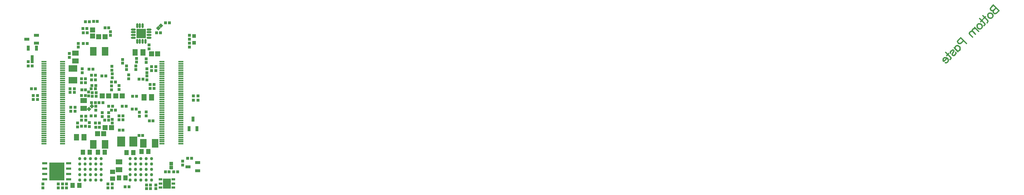
<source format=gbp>
G04 Layer_Color=128*
%FSAX44Y44*%
%MOMM*%
G71*
G01*
G75*
%ADD67C,0.3048*%
%ADD137R,0.7500X1.1500*%
%ADD146R,1.0500X1.1500*%
%ADD147R,0.7700X0.7300*%
%ADD157R,0.9500X0.9500*%
%ADD158R,1.1500X1.1500*%
%ADD161R,2.0500X1.6000*%
%ADD163R,1.3000X1.6000*%
%ADD166R,0.7700X0.7700*%
%ADD169R,1.1500X1.0500*%
%ADD170R,0.7700X0.7700*%
%ADD171R,1.1500X1.1500*%
%ADD172R,0.7300X0.7700*%
%ADD173R,1.1500X0.7500*%
%ADD175R,1.6000X1.2500*%
%ADD176R,1.6000X1.3000*%
%ADD183R,0.7500X1.2000*%
%ADD184R,1.8500X2.3500*%
%ADD185R,0.9500X0.5500*%
%ADD186R,1.2000X0.6000*%
%ADD187R,3.6500X4.2500*%
%ADD188R,1.1500X0.4500*%
%ADD189O,1.1500X0.5000*%
%ADD190R,2.3000X2.3000*%
%ADD191O,0.5000X1.1500*%
%ADD192R,1.9500X2.4000*%
%ADD193R,1.1000X1.2000*%
%ADD194R,0.8700X0.8600*%
%ADD195C,0.7500*%
G04:AMPARAMS|DCode=196|XSize=0.77mm|YSize=0.73mm|CornerRadius=0mm|HoleSize=0mm|Usage=FLASHONLY|Rotation=135.000|XOffset=0mm|YOffset=0mm|HoleType=Round|Shape=Rectangle|*
%AMROTATEDRECTD196*
4,1,4,0.5303,-0.0141,0.0141,-0.5303,-0.5303,0.0141,-0.0141,0.5303,0.5303,-0.0141,0.0*
%
%ADD196ROTATEDRECTD196*%

%ADD197P,1.0890X4X270.0*%
%ADD198R,1.6000X2.0500*%
%ADD199R,1.2000X0.7500*%
D67*
X02551208Y00695980D02*
X02564675Y00682513D01*
X02551208Y00695980D02*
X02545436Y00690208D01*
X02544153Y00687643D01*
Y00686360D01*
X02544794Y00684436D01*
X02546077Y00683154D01*
X02548001Y00682513D01*
X02549284D01*
X02551849Y00683795D01*
X02557621Y00689567D02*
X02551849Y00683795D01*
X02550566Y00681230D01*
Y00679947D01*
X02551208Y00678023D01*
X02553132Y00676099D01*
X02555055Y00675458D01*
X02556338D01*
X02558903Y00676741D01*
X02564675Y00682513D01*
X02540498Y00676292D02*
X02542422Y00676933D01*
X02544987D01*
X02547552Y00675650D01*
X02548835Y00674368D01*
X02550117Y00671803D01*
Y00669237D01*
X02549476Y00667314D01*
X02547552Y00665390D01*
X02545628Y00664748D01*
X02543063Y00664748D01*
X02540498Y00666031D01*
X02539215Y00667314D01*
X02537932Y00669879D01*
X02537932Y00672444D01*
X02538574Y00674368D01*
X02540498Y00676292D01*
X02526004Y00670777D02*
X02536906Y00659874D01*
X02538189Y00657309D01*
X02537548Y00655385D01*
X02536265Y00654102D01*
X02532417Y00668211D02*
X02527928Y00663722D01*
X02518950Y00663722D02*
X02529852Y00652820D01*
X02531135Y00650255D01*
X02530493Y00648331D01*
X02529211Y00647048D01*
X02525363Y00661157D02*
X02520874Y00656668D01*
X02515102Y00650896D02*
X02517026Y00651537D01*
X02519591D01*
X02522156Y00650255D01*
X02523439Y00648972D01*
X02524722Y00646407D01*
Y00643842D01*
X02524080Y00641918D01*
X02522156Y00639994D01*
X02520232Y00639352D01*
X02517667Y00639352D01*
X02515102Y00640635D01*
X02513819Y00641918D01*
X02512537Y00644483D01*
X02512537Y00647048D01*
X02513178Y00648972D01*
X02515102Y00650896D01*
X02507021Y00642815D02*
X02516000Y00633837D01*
X02509587Y00640250D02*
X02505739D01*
X02503815Y00639609D01*
X02501891Y00637685D01*
X02501250Y00635761D01*
X02502532Y00633196D01*
X02508945Y00626783D01*
X02502532Y00633196D02*
X02498684D01*
X02496760Y00632555D01*
X02494836Y00630631D01*
X02494195Y00628707D01*
X02495478Y00626141D01*
X02501891Y00619728D01*
X02480663Y00611327D02*
X02474892Y00605555D01*
X02472327Y00604273D01*
X02471044Y00604273D01*
X02469120Y00604914D01*
X02467196Y00606838D01*
X02466555Y00608762D01*
Y00610045D01*
X02467837Y00612610D01*
X02473609Y00618382D01*
X02487077Y00604914D01*
X02458410Y00594204D02*
X02467388Y00585226D01*
X02460334Y00592280D02*
X02460334Y00594846D01*
X02460975Y00596769D01*
X02462899Y00598693D01*
X02464823Y00599335D01*
X02467388D01*
X02469954Y00598052D01*
X02471236Y00596769D01*
X02472519Y00594204D01*
Y00591639D01*
X02471878Y00589715D01*
X02469954Y00587791D01*
X02468030Y00587150D01*
X02465464Y00587150D01*
X02449688Y00581634D02*
X02449047Y00583559D01*
X02450330Y00586124D01*
X02452254Y00588048D01*
X02454819Y00589330D01*
X02456743Y00588689D01*
X02457384Y00586765D01*
X02456743Y00584841D01*
X02454177Y00580993D01*
X02453536Y00579069D01*
X02454177Y00577145D01*
X02454819Y00576504D01*
X02456743Y00575863D01*
X02459308Y00577145D01*
X02461232Y00579069D01*
X02462514Y00581634D01*
X02461873Y00583559D01*
X02438530Y00583302D02*
X02449432Y00572400D01*
X02450714Y00569834D01*
X02450073Y00567910D01*
X02448790Y00566628D01*
X02444943Y00580737D02*
X02440453Y00576248D01*
X02441736Y00569834D02*
X02434040Y00562139D01*
X02432758Y00563421D01*
X02432116Y00565345D01*
Y00566628D01*
X02432758Y00568552D01*
X02434682Y00570476D01*
X02436606Y00571117D01*
X02439171D01*
X02441736Y00569834D01*
X02443019Y00568552D01*
X02444301Y00565987D01*
Y00563421D01*
X02443660Y00561497D01*
X02441736Y00559574D01*
X02439812Y00558932D01*
X02437247Y00558932D01*
D137*
X00265000Y00594000D02*
D03*
X00284000D02*
D03*
X00274500Y00571000D02*
D03*
D146*
X00385750Y00268000D02*
D03*
X00369750D02*
D03*
X00479500Y00285400D02*
D03*
X00495500D02*
D03*
D147*
X00362500Y00571550D02*
D03*
Y00580950D02*
D03*
X00666705Y00470406D02*
D03*
Y00479806D02*
D03*
X00656309Y00479806D02*
D03*
Y00470406D02*
D03*
X00346000Y00261800D02*
D03*
X00346000Y00271200D02*
D03*
X00410000Y00407300D02*
D03*
Y00416700D02*
D03*
X00336150Y00271200D02*
D03*
Y00261800D02*
D03*
X00300000Y00270950D02*
D03*
Y00261550D02*
D03*
X00503000Y00529950D02*
D03*
Y00520550D02*
D03*
X00646422Y00615173D02*
D03*
Y00624573D02*
D03*
X00453950Y00261650D02*
D03*
Y00271050D02*
D03*
X00646422Y00605573D02*
D03*
X00646422Y00596173D02*
D03*
X00391004Y00511228D02*
D03*
X00391004Y00520628D02*
D03*
X00480250Y00423800D02*
D03*
Y00433200D02*
D03*
D157*
X00658034Y00606223D02*
D03*
Y00622723D02*
D03*
D158*
X00417000Y00622250D02*
D03*
Y00637250D02*
D03*
D161*
X00370964Y00545369D02*
D03*
Y00517369D02*
D03*
D163*
X00539000Y00476500D02*
D03*
X00557000D02*
D03*
X00518250Y00583750D02*
D03*
X00536250D02*
D03*
X00397000Y00382000D02*
D03*
X00379000D02*
D03*
D166*
X00598750Y00300250D02*
D03*
X00589750D02*
D03*
X00545150Y00260161D02*
D03*
X00554150D02*
D03*
X00395339Y00630103D02*
D03*
X00404339D02*
D03*
X00394500Y00640500D02*
D03*
X00403500D02*
D03*
X00400500Y00656750D02*
D03*
X00409500D02*
D03*
X00404500Y00605000D02*
D03*
X00395500D02*
D03*
X00419390Y00656774D02*
D03*
X00428390D02*
D03*
X00455500Y00642000D02*
D03*
X00446500D02*
D03*
X00274250Y00551000D02*
D03*
X00265250D02*
D03*
X00274250Y00561250D02*
D03*
X00265250D02*
D03*
X00568750Y00629750D02*
D03*
X00577750D02*
D03*
X00455250Y00422250D02*
D03*
X00446250D02*
D03*
X00433500Y00406000D02*
D03*
X00424500D02*
D03*
X00415143Y00518495D02*
D03*
X00424143D02*
D03*
X00400650Y00495000D02*
D03*
X00391650D02*
D03*
X00560490Y00421000D02*
D03*
X00551490D02*
D03*
X00527000Y00386000D02*
D03*
X00536000D02*
D03*
X00462500Y00513000D02*
D03*
X00471500Y00513000D02*
D03*
X00423991Y00415995D02*
D03*
X00432991Y00415995D02*
D03*
X00480500Y00399250D02*
D03*
X00489500D02*
D03*
X00536491Y00519995D02*
D03*
X00527491Y00519995D02*
D03*
X00448500Y00528000D02*
D03*
X00439500Y00528000D02*
D03*
X00512250Y00479000D02*
D03*
X00521250D02*
D03*
X00416500Y00488000D02*
D03*
X00425500Y00488000D02*
D03*
X00441500Y00464000D02*
D03*
X00432500D02*
D03*
X00414991Y00463995D02*
D03*
X00423991D02*
D03*
X00462500Y00446000D02*
D03*
X00471500D02*
D03*
X00416500Y00479000D02*
D03*
X00425500Y00479000D02*
D03*
X00408862Y00543907D02*
D03*
X00417862D02*
D03*
X00415143Y00528995D02*
D03*
X00424143D02*
D03*
X00496500Y00456000D02*
D03*
X00487500Y00456000D02*
D03*
X00415500Y00505000D02*
D03*
X00424500D02*
D03*
X00281750Y00497500D02*
D03*
X00272750D02*
D03*
X00503500Y00264250D02*
D03*
X00494500D02*
D03*
X00455750Y00455500D02*
D03*
X00464750D02*
D03*
D169*
X00464900Y00300000D02*
D03*
Y00284000D02*
D03*
D170*
X00567000Y00268750D02*
D03*
Y00259750D02*
D03*
X00459500Y00633000D02*
D03*
Y00624000D02*
D03*
X00383441Y00604921D02*
D03*
Y00595921D02*
D03*
X00287000Y00471750D02*
D03*
Y00480750D02*
D03*
X00551000Y00592000D02*
D03*
Y00601000D02*
D03*
X00355500Y00262000D02*
D03*
Y00271000D02*
D03*
X00400790Y00422924D02*
D03*
Y00431924D02*
D03*
X00464000Y00532500D02*
D03*
X00464000Y00523500D02*
D03*
X00382000Y00415500D02*
D03*
Y00406500D02*
D03*
X00391241Y00431995D02*
D03*
Y00422995D02*
D03*
X00528250Y00432250D02*
D03*
X00528250Y00441250D02*
D03*
X00545750Y00535500D02*
D03*
Y00544500D02*
D03*
X00480000Y00504500D02*
D03*
Y00495500D02*
D03*
X00463991Y00415495D02*
D03*
Y00424495D02*
D03*
X00489000Y00423850D02*
D03*
Y00432850D02*
D03*
X00497492Y00551675D02*
D03*
Y00542675D02*
D03*
X00520000Y00551500D02*
D03*
Y00542500D02*
D03*
X00399993Y00511495D02*
D03*
Y00520495D02*
D03*
X00463000Y00550250D02*
D03*
Y00541250D02*
D03*
X00392693Y00535495D02*
D03*
Y00544495D02*
D03*
X00408000Y00480500D02*
D03*
Y00489500D02*
D03*
X00425000Y00455500D02*
D03*
Y00446500D02*
D03*
X00439991Y00431495D02*
D03*
Y00440495D02*
D03*
X00545991Y00527495D02*
D03*
Y00518495D02*
D03*
X00543926Y00432812D02*
D03*
X00543926Y00441812D02*
D03*
X00455000Y00431500D02*
D03*
Y00440500D02*
D03*
X00544000Y00568500D02*
D03*
Y00559500D02*
D03*
X00521000Y00569500D02*
D03*
Y00560500D02*
D03*
X00488000Y00557750D02*
D03*
Y00566750D02*
D03*
X00563000Y00507250D02*
D03*
X00563000Y00498250D02*
D03*
X00553448Y00507241D02*
D03*
X00553448Y00498241D02*
D03*
X00375577Y00452756D02*
D03*
Y00443755D02*
D03*
X00365535Y00452756D02*
D03*
X00365535Y00443755D02*
D03*
X00373995Y00488357D02*
D03*
Y00497357D02*
D03*
X00363954Y00488357D02*
D03*
Y00497357D02*
D03*
X00464250Y00261700D02*
D03*
Y00270700D02*
D03*
X00631000Y00325000D02*
D03*
Y00316000D02*
D03*
X00276500Y00480750D02*
D03*
Y00471750D02*
D03*
X00556983Y00549562D02*
D03*
Y00540562D02*
D03*
X00567138Y00549562D02*
D03*
Y00540562D02*
D03*
X00462250Y00495000D02*
D03*
Y00504000D02*
D03*
D171*
X00447000Y00405000D02*
D03*
X00462000Y00405000D02*
D03*
X00431750Y00620500D02*
D03*
X00446750D02*
D03*
X00443750Y00390500D02*
D03*
X00428750D02*
D03*
X00571750Y00580000D02*
D03*
X00556750D02*
D03*
X00487500Y00480000D02*
D03*
X00472500D02*
D03*
X00440500D02*
D03*
X00455500D02*
D03*
D172*
X00609050Y00300250D02*
D03*
X00618450D02*
D03*
X00599450Y00653500D02*
D03*
X00590050D02*
D03*
X00414300Y00433000D02*
D03*
X00423700D02*
D03*
X00400700Y00408000D02*
D03*
X00391300D02*
D03*
X00554200Y00268750D02*
D03*
X00544800Y00268750D02*
D03*
X00423700Y00497000D02*
D03*
X00414300Y00497000D02*
D03*
X00642300Y00332000D02*
D03*
X00651700D02*
D03*
X00520700Y00449000D02*
D03*
X00511300D02*
D03*
X00400700Y00481000D02*
D03*
X00391300D02*
D03*
D173*
X00284500Y00624500D02*
D03*
Y00605500D02*
D03*
X00261500Y00615000D02*
D03*
D175*
X00480000Y00323250D02*
D03*
Y00305250D02*
D03*
D176*
X00395991Y00450995D02*
D03*
Y00468995D02*
D03*
X00377000Y00563500D02*
D03*
Y00581500D02*
D03*
D183*
X00664500Y00402500D02*
D03*
X00645500D02*
D03*
X00655000Y00425500D02*
D03*
D184*
X00593250Y00272250D02*
D03*
D185*
X00608250Y00262750D02*
D03*
Y00272250D02*
D03*
Y00281750D02*
D03*
X00578250D02*
D03*
X00578250Y00272250D02*
D03*
X00578250Y00262750D02*
D03*
D186*
X00303750Y00281850D02*
D03*
X00303750Y00294550D02*
D03*
X00303750Y00307250D02*
D03*
Y00319950D02*
D03*
X00360750D02*
D03*
Y00307250D02*
D03*
X00360750Y00294550D02*
D03*
X00360750Y00281850D02*
D03*
D187*
X00332250Y00300900D02*
D03*
D188*
X00626250Y00456500D02*
D03*
Y00441500D02*
D03*
Y00446500D02*
D03*
Y00366500D02*
D03*
Y00371500D02*
D03*
Y00376500D02*
D03*
Y00381500D02*
D03*
Y00386500D02*
D03*
Y00391500D02*
D03*
Y00396500D02*
D03*
Y00401500D02*
D03*
Y00406500D02*
D03*
X00581750Y00366500D02*
D03*
Y00371500D02*
D03*
Y00376500D02*
D03*
Y00381500D02*
D03*
Y00386500D02*
D03*
Y00391500D02*
D03*
Y00396500D02*
D03*
Y00401500D02*
D03*
Y00406500D02*
D03*
X00626250Y00561500D02*
D03*
Y00556500D02*
D03*
Y00551500D02*
D03*
Y00546500D02*
D03*
Y00541500D02*
D03*
Y00536500D02*
D03*
Y00531500D02*
D03*
Y00526500D02*
D03*
Y00521500D02*
D03*
Y00516500D02*
D03*
Y00511500D02*
D03*
Y00506500D02*
D03*
Y00501500D02*
D03*
Y00496500D02*
D03*
Y00491500D02*
D03*
Y00486500D02*
D03*
Y00481500D02*
D03*
Y00476500D02*
D03*
Y00471500D02*
D03*
Y00466500D02*
D03*
Y00461500D02*
D03*
Y00451500D02*
D03*
Y00436500D02*
D03*
Y00421500D02*
D03*
X00581750Y00561500D02*
D03*
Y00556500D02*
D03*
Y00551500D02*
D03*
Y00546500D02*
D03*
Y00541500D02*
D03*
Y00536500D02*
D03*
Y00531500D02*
D03*
Y00526500D02*
D03*
Y00521500D02*
D03*
Y00516500D02*
D03*
Y00511500D02*
D03*
Y00506500D02*
D03*
Y00501500D02*
D03*
Y00496500D02*
D03*
Y00491500D02*
D03*
Y00486500D02*
D03*
Y00481500D02*
D03*
Y00476500D02*
D03*
Y00471500D02*
D03*
Y00466500D02*
D03*
Y00461500D02*
D03*
Y00456500D02*
D03*
Y00451500D02*
D03*
Y00446500D02*
D03*
Y00441500D02*
D03*
Y00436500D02*
D03*
Y00421500D02*
D03*
Y00416500D02*
D03*
Y00411500D02*
D03*
Y00431500D02*
D03*
Y00426500D02*
D03*
X00626250Y00431500D02*
D03*
Y00426500D02*
D03*
Y00416500D02*
D03*
Y00411500D02*
D03*
X00346250Y00466500D02*
D03*
Y00471500D02*
D03*
X00301750Y00391500D02*
D03*
Y00396500D02*
D03*
X00346250Y00556500D02*
D03*
Y00561500D02*
D03*
Y00526500D02*
D03*
Y00531500D02*
D03*
X00301750Y00481500D02*
D03*
Y00486500D02*
D03*
Y00511500D02*
D03*
Y00516500D02*
D03*
Y00526500D02*
D03*
Y00531500D02*
D03*
X00346250Y00511500D02*
D03*
Y00516500D02*
D03*
X00301750Y00556500D02*
D03*
Y00561500D02*
D03*
X00346250Y00376500D02*
D03*
Y00381500D02*
D03*
Y00386500D02*
D03*
Y00401500D02*
D03*
Y00406500D02*
D03*
Y00411500D02*
D03*
X00301750Y00366500D02*
D03*
Y00371500D02*
D03*
Y00376500D02*
D03*
Y00381500D02*
D03*
Y00386500D02*
D03*
Y00401500D02*
D03*
Y00416500D02*
D03*
X00346250Y00551500D02*
D03*
Y00546500D02*
D03*
Y00541500D02*
D03*
Y00536500D02*
D03*
Y00521500D02*
D03*
Y00506500D02*
D03*
Y00501500D02*
D03*
Y00496500D02*
D03*
Y00491500D02*
D03*
Y00486500D02*
D03*
Y00481500D02*
D03*
Y00476500D02*
D03*
Y00461500D02*
D03*
Y00446500D02*
D03*
Y00431500D02*
D03*
Y00416500D02*
D03*
X00301750Y00551500D02*
D03*
Y00546500D02*
D03*
Y00541500D02*
D03*
Y00536500D02*
D03*
Y00521500D02*
D03*
Y00506500D02*
D03*
Y00501500D02*
D03*
Y00496500D02*
D03*
Y00491500D02*
D03*
Y00476500D02*
D03*
Y00461500D02*
D03*
Y00446500D02*
D03*
Y00431500D02*
D03*
Y00426500D02*
D03*
Y00421500D02*
D03*
X00346250Y00441500D02*
D03*
Y00436500D02*
D03*
Y00456500D02*
D03*
Y00451500D02*
D03*
Y00426500D02*
D03*
Y00421500D02*
D03*
X00301750Y00411500D02*
D03*
Y00406500D02*
D03*
X00346250Y00396500D02*
D03*
Y00391500D02*
D03*
X00301750Y00471500D02*
D03*
Y00466500D02*
D03*
Y00456500D02*
D03*
Y00451500D02*
D03*
Y00441500D02*
D03*
Y00436500D02*
D03*
X00346250Y00371500D02*
D03*
Y00366500D02*
D03*
D189*
X00514000Y00631500D02*
D03*
Y00625000D02*
D03*
X00551000Y00618500D02*
D03*
X00551000Y00625000D02*
D03*
X00551000Y00631500D02*
D03*
X00551000Y00638000D02*
D03*
X00514000Y00638000D02*
D03*
Y00618500D02*
D03*
D190*
X00532500Y00628250D02*
D03*
D191*
X00522750Y00609750D02*
D03*
X00529250Y00609750D02*
D03*
X00535750Y00609750D02*
D03*
X00542250Y00609750D02*
D03*
X00535750Y00646750D02*
D03*
X00529250D02*
D03*
X00522750D02*
D03*
D192*
X00484750Y00371500D02*
D03*
X00513750D02*
D03*
D193*
X00513470Y00346000D02*
D03*
X00497470D02*
D03*
X00430000Y00346158D02*
D03*
X00446000D02*
D03*
X00394250Y00346250D02*
D03*
X00410250D02*
D03*
X00549250Y00348500D02*
D03*
X00533250D02*
D03*
D194*
X00603750Y00310400D02*
D03*
Y00319600D02*
D03*
D195*
X00506200Y00331000D02*
D03*
Y00318300D02*
D03*
Y00305600D02*
D03*
Y00292900D02*
D03*
Y00280200D02*
D03*
X00518900Y00331000D02*
D03*
Y00318300D02*
D03*
X00518900Y00305600D02*
D03*
X00518900Y00292900D02*
D03*
Y00280200D02*
D03*
X00531600Y00331000D02*
D03*
Y00318300D02*
D03*
Y00305600D02*
D03*
Y00292900D02*
D03*
Y00280200D02*
D03*
X00544300Y00331000D02*
D03*
Y00318300D02*
D03*
X00544300Y00305600D02*
D03*
X00544300Y00292900D02*
D03*
Y00280200D02*
D03*
X00557000Y00331000D02*
D03*
Y00318300D02*
D03*
Y00305600D02*
D03*
Y00292900D02*
D03*
Y00280200D02*
D03*
X00386550Y00331400D02*
D03*
Y00318700D02*
D03*
Y00306000D02*
D03*
Y00293300D02*
D03*
Y00280600D02*
D03*
X00399250Y00331400D02*
D03*
Y00318700D02*
D03*
X00399250Y00306000D02*
D03*
X00399250Y00293300D02*
D03*
Y00280600D02*
D03*
X00411950Y00331400D02*
D03*
Y00318700D02*
D03*
Y00306000D02*
D03*
Y00293300D02*
D03*
Y00280600D02*
D03*
X00424650Y00331400D02*
D03*
Y00318700D02*
D03*
X00424650Y00306000D02*
D03*
X00424650Y00293300D02*
D03*
Y00280600D02*
D03*
X00437350Y00331400D02*
D03*
Y00318700D02*
D03*
Y00306000D02*
D03*
Y00293300D02*
D03*
Y00280600D02*
D03*
D196*
X00415323Y00455323D02*
D03*
X00408677Y00448677D02*
D03*
D197*
X00572818Y00640818D02*
D03*
X00579182Y00647182D02*
D03*
D198*
X00565250Y00367500D02*
D03*
X00537250D02*
D03*
X00418750Y00365000D02*
D03*
X00446750Y00365000D02*
D03*
X00447250Y00586250D02*
D03*
X00419250Y00586250D02*
D03*
D199*
X00666500Y00321500D02*
D03*
Y00302500D02*
D03*
X00643500Y00312000D02*
D03*
M02*

</source>
